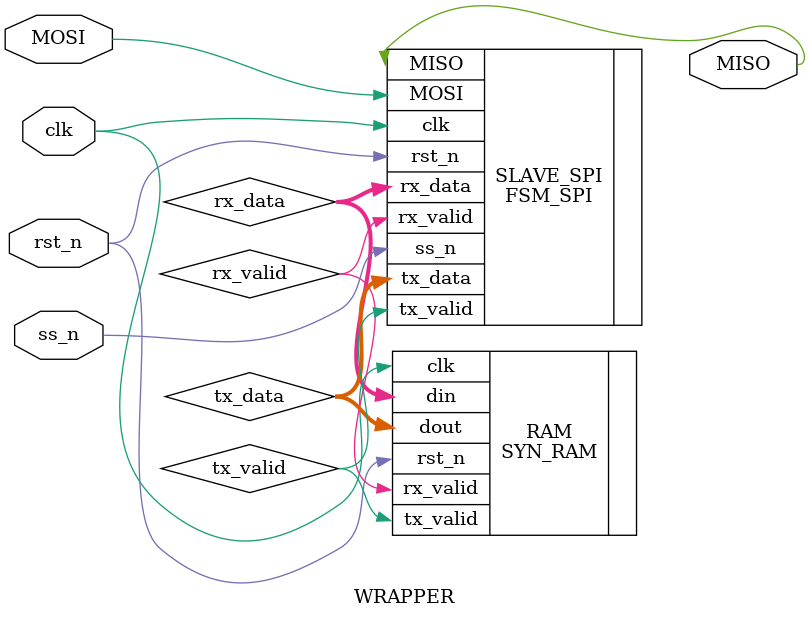
<source format=v>
module WRAPPER (MOSI, MISO, ss_n, clk, rst_n);
// Input ports
input MOSI, clk, rst_n, ss_n;

// Output ports
output MISO;

// Internal signals
wire [9:0] rx_data;
wire rx_valid, tx_valid;
wire [7:0] tx_data;

// Instintiate Master Slave SPI
FSM_SPI SLAVE_SPI(
.MOSI(MOSI), .MISO(MISO), .ss_n(ss_n), 
.clk(clk), .rst_n(rst_n), .rx_data(rx_data), 
.rx_valid(rx_valid), .tx_data(tx_data), 
.tx_valid(tx_valid)
);

// Instintiate Memory "RAM"
SYN_RAM #(
.MEM_DEPTH(256), .ADDR_SIZE(8)
) RAM(
.din(rx_data), .clk(clk), 
.rst_n(rst_n), .rx_valid(rx_valid), 
.dout(tx_data), .tx_valid(tx_valid)
);

endmodule


</source>
